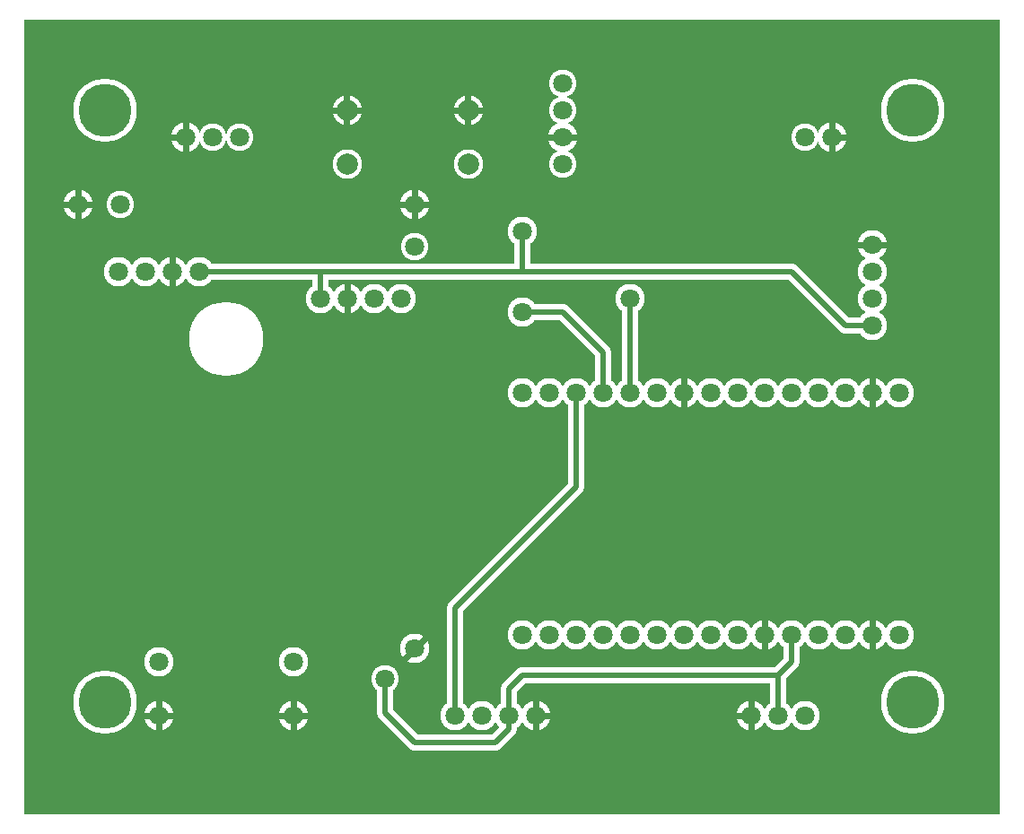
<source format=gbr>
%FSLAX34Y34*%
%MOMM*%
%LNCOPPER_TOP*%
G71*
G01*
%ADD10C, 2.80*%
%ADD11C, 2.80*%
%ADD12C, 7.00*%
%ADD13C, 6.00*%
%ADD14C, 2.60*%
%ADD15C, 1.50*%
%ADD16C, 2.80*%
%ADD17C, 2.60*%
%ADD18C, 0.60*%
%ADD19C, 1.80*%
%ADD20C, 1.80*%
%ADD21C, 5.00*%
%ADD22C, 0.50*%
%ADD23C, 2.00*%
%ADD24C, 1.80*%
%LPD*%
G36*
X0Y1000000D02*
X920000Y1000000D01*
X920000Y250000D01*
X0Y250000D01*
X0Y1000000D01*
G37*
%LPC*%
X127000Y393700D02*
G54D10*
D03*
X127000Y342900D02*
G54D10*
D03*
X254000Y393700D02*
G54D10*
D03*
X254000Y342900D02*
G54D10*
D03*
X469900Y800100D02*
G54D11*
D03*
X469900Y723900D02*
G54D11*
D03*
X800100Y711200D02*
G54D11*
D03*
X800100Y736600D02*
G54D11*
D03*
X800100Y762000D02*
G54D11*
D03*
X800100Y787400D02*
G54D11*
D03*
X355600Y736600D02*
G54D11*
D03*
X330200Y736600D02*
G54D11*
D03*
X304800Y736600D02*
G54D11*
D03*
X279400Y736600D02*
G54D11*
D03*
X825500Y647700D02*
G54D11*
D03*
X800100Y647700D02*
G54D11*
D03*
X774700Y647700D02*
G54D11*
D03*
X749300Y647700D02*
G54D11*
D03*
X723900Y647700D02*
G54D11*
D03*
X698500Y647700D02*
G54D11*
D03*
X673100Y647700D02*
G54D11*
D03*
X647700Y647700D02*
G54D11*
D03*
X622300Y647700D02*
G54D11*
D03*
X596900Y647700D02*
G54D11*
D03*
X571500Y647700D02*
G54D11*
D03*
X546100Y647700D02*
G54D11*
D03*
X520700Y647700D02*
G54D11*
D03*
X495300Y647700D02*
G54D11*
D03*
X469900Y647700D02*
G54D11*
D03*
X469900Y419100D02*
G54D11*
D03*
X495300Y419100D02*
G54D11*
D03*
X520700Y419100D02*
G54D11*
D03*
X546100Y419100D02*
G54D11*
D03*
X571500Y419100D02*
G54D11*
D03*
X596900Y419100D02*
G54D11*
D03*
X622300Y419100D02*
G54D11*
D03*
X647700Y419100D02*
G54D11*
D03*
X673100Y419100D02*
G54D11*
D03*
X698500Y419100D02*
G54D11*
D03*
X723900Y419100D02*
G54D11*
D03*
X749300Y419100D02*
G54D11*
D03*
X774700Y419100D02*
G54D11*
D03*
X800100Y419100D02*
G54D11*
D03*
X825500Y419100D02*
G54D11*
D03*
X406400Y342900D02*
G54D11*
D03*
X431800Y342900D02*
G54D11*
D03*
X457200Y342900D02*
G54D11*
D03*
X482600Y342900D02*
G54D11*
D03*
X165100Y762000D02*
G54D11*
D03*
X139700Y762000D02*
G54D11*
D03*
X114300Y762000D02*
G54D11*
D03*
X88900Y762000D02*
G54D11*
D03*
X190500Y698500D02*
G54D12*
D03*
X76200Y355600D02*
G54D13*
D03*
X838200Y355600D02*
G54D13*
D03*
X139700Y762000D02*
G54D11*
D03*
X800100Y787400D02*
G54D11*
D03*
X127000Y342900D02*
G54D11*
D03*
X254000Y342900D02*
G54D11*
D03*
X482600Y342900D02*
G54D11*
D03*
X685800Y342900D02*
G54D11*
D03*
X800100Y647700D02*
G54D11*
D03*
X800100Y419100D02*
G54D11*
D03*
X698500Y419100D02*
G54D11*
D03*
X304800Y736600D02*
G54D11*
D03*
X711200Y342900D02*
G54D11*
D03*
X736600Y342900D02*
G54D11*
D03*
X507977Y939856D02*
G54D14*
D03*
X507977Y914456D02*
G54D14*
D03*
X507977Y889056D02*
G54D14*
D03*
X507977Y863656D02*
G54D14*
D03*
X507977Y889056D02*
G54D11*
D03*
X736600Y889000D02*
G54D14*
D03*
X762000Y889000D02*
G54D14*
D03*
G54D15*
X406400Y342900D02*
X406400Y444500D01*
X520700Y558800D01*
X520700Y647700D01*
G54D15*
X457200Y342900D02*
X457200Y368300D01*
X469900Y381000D01*
X711200Y381000D01*
X723900Y393700D01*
X723900Y419100D01*
G54D15*
X711200Y342900D02*
X711200Y381000D01*
G54D15*
X165100Y762000D02*
X279400Y762000D01*
X279400Y736600D01*
G54D15*
X279400Y762000D02*
X723900Y762000D01*
X774700Y711200D01*
X800100Y711200D01*
G54D15*
X469818Y800134D02*
X469818Y762082D01*
X469900Y762000D01*
G54D15*
X469818Y723934D02*
X507966Y723934D01*
X546100Y685800D01*
X546100Y647700D01*
X571500Y736600D02*
G54D11*
D03*
G54D15*
X571500Y647700D02*
X571500Y736600D01*
X762000Y889000D02*
G54D11*
D03*
X304600Y914200D02*
G54D16*
D03*
X304600Y863400D02*
G54D16*
D03*
X304600Y914200D02*
G54D11*
D03*
X76200Y914400D02*
G54D13*
D03*
X838200Y914400D02*
G54D13*
D03*
X152400Y889000D02*
G54D14*
D03*
X177800Y889000D02*
G54D14*
D03*
X203200Y889000D02*
G54D14*
D03*
X418900Y914200D02*
G54D16*
D03*
X418900Y863400D02*
G54D16*
D03*
X418900Y914200D02*
G54D11*
D03*
X152400Y889000D02*
G54D11*
D03*
X50800Y825500D02*
G54D17*
D03*
X90800Y825500D02*
G54D17*
D03*
X50800Y825500D02*
G54D11*
D03*
X368300Y825500D02*
G54D17*
D03*
X368300Y785500D02*
G54D17*
D03*
X368300Y825500D02*
G54D11*
D03*
X368300Y406400D02*
G54D17*
D03*
X340016Y378116D02*
G54D17*
D03*
X368300Y406400D02*
G54D11*
D03*
G54D15*
X340016Y378116D02*
X340016Y345784D01*
X368300Y317500D01*
X444500Y317500D01*
X457200Y330200D01*
X457200Y342900D01*
X622300Y647700D02*
G54D11*
D03*
%LPD*%
G54D18*
G36*
X136700Y762000D02*
X136700Y776500D01*
X142700Y776500D01*
X142700Y762000D01*
X136700Y762000D01*
G37*
G36*
X142700Y762000D02*
X142700Y747500D01*
X136700Y747500D01*
X136700Y762000D01*
X142700Y762000D01*
G37*
G54D18*
G36*
X800100Y790400D02*
X814600Y790400D01*
X814600Y784400D01*
X800100Y784400D01*
X800100Y790400D01*
G37*
G36*
X800100Y784400D02*
X785600Y784400D01*
X785600Y790400D01*
X800100Y790400D01*
X800100Y784400D01*
G37*
G54D18*
G36*
X124000Y342900D02*
X124000Y357400D01*
X130000Y357400D01*
X130000Y342900D01*
X124000Y342900D01*
G37*
G36*
X127000Y345900D02*
X141500Y345900D01*
X141500Y339900D01*
X127000Y339900D01*
X127000Y345900D01*
G37*
G36*
X130000Y342900D02*
X130000Y328400D01*
X124000Y328400D01*
X124000Y342900D01*
X130000Y342900D01*
G37*
G36*
X127000Y339900D02*
X112500Y339900D01*
X112500Y345900D01*
X127000Y345900D01*
X127000Y339900D01*
G37*
G54D18*
G36*
X251000Y342900D02*
X251000Y357400D01*
X257000Y357400D01*
X257000Y342900D01*
X251000Y342900D01*
G37*
G36*
X254000Y345900D02*
X268500Y345900D01*
X268500Y339900D01*
X254000Y339900D01*
X254000Y345900D01*
G37*
G36*
X257000Y342900D02*
X257000Y328400D01*
X251000Y328400D01*
X251000Y342900D01*
X257000Y342900D01*
G37*
G36*
X254000Y339900D02*
X239500Y339900D01*
X239500Y345900D01*
X254000Y345900D01*
X254000Y339900D01*
G37*
G54D18*
G36*
X479600Y342900D02*
X479600Y357400D01*
X485600Y357400D01*
X485600Y342900D01*
X479600Y342900D01*
G37*
G36*
X482600Y345900D02*
X497100Y345900D01*
X497100Y339900D01*
X482600Y339900D01*
X482600Y345900D01*
G37*
G36*
X485600Y342900D02*
X485600Y328400D01*
X479600Y328400D01*
X479600Y342900D01*
X485600Y342900D01*
G37*
G54D18*
G36*
X682800Y342900D02*
X682800Y357400D01*
X688800Y357400D01*
X688800Y342900D01*
X682800Y342900D01*
G37*
G36*
X688800Y342900D02*
X688800Y328400D01*
X682800Y328400D01*
X682800Y342900D01*
X688800Y342900D01*
G37*
G36*
X685800Y339900D02*
X671300Y339900D01*
X671300Y345900D01*
X685800Y345900D01*
X685800Y339900D01*
G37*
G54D18*
G36*
X797100Y647700D02*
X797100Y662200D01*
X803100Y662200D01*
X803100Y647700D01*
X797100Y647700D01*
G37*
G36*
X803100Y647700D02*
X803100Y633200D01*
X797100Y633200D01*
X797100Y647700D01*
X803100Y647700D01*
G37*
G54D18*
G36*
X797100Y419100D02*
X797100Y433600D01*
X803100Y433600D01*
X803100Y419100D01*
X797100Y419100D01*
G37*
G36*
X803100Y419100D02*
X803100Y404600D01*
X797100Y404600D01*
X797100Y419100D01*
X803100Y419100D01*
G37*
G54D18*
G36*
X695500Y419100D02*
X695500Y433600D01*
X701500Y433600D01*
X701500Y419100D01*
X695500Y419100D01*
G37*
G36*
X701500Y419100D02*
X701500Y404600D01*
X695500Y404600D01*
X695500Y419100D01*
X701500Y419100D01*
G37*
G54D18*
G36*
X301800Y736600D02*
X301800Y751100D01*
X307800Y751100D01*
X307800Y736600D01*
X301800Y736600D01*
G37*
G36*
X307800Y736600D02*
X307800Y722100D01*
X301800Y722100D01*
X301800Y736600D01*
X307800Y736600D01*
G37*
G54D18*
G36*
X507977Y886056D02*
X493477Y886056D01*
X493477Y892056D01*
X507977Y892056D01*
X507977Y886056D01*
G37*
G36*
X507977Y892056D02*
X522477Y892056D01*
X522477Y886056D01*
X507977Y886056D01*
X507977Y892056D01*
G37*
G54D18*
G36*
X759000Y889000D02*
X759000Y903500D01*
X765000Y903500D01*
X765000Y889000D01*
X759000Y889000D01*
G37*
G36*
X762000Y892000D02*
X776500Y892000D01*
X776500Y886000D01*
X762000Y886000D01*
X762000Y892000D01*
G37*
G36*
X765000Y889000D02*
X765000Y874500D01*
X759000Y874500D01*
X759000Y889000D01*
X765000Y889000D01*
G37*
G54D18*
G36*
X301600Y914200D02*
X301600Y928700D01*
X307600Y928700D01*
X307600Y914200D01*
X301600Y914200D01*
G37*
G36*
X304600Y917200D02*
X319100Y917200D01*
X319100Y911200D01*
X304600Y911200D01*
X304600Y917200D01*
G37*
G36*
X307600Y914200D02*
X307600Y899700D01*
X301600Y899700D01*
X301600Y914200D01*
X307600Y914200D01*
G37*
G36*
X304600Y911200D02*
X290100Y911200D01*
X290100Y917200D01*
X304600Y917200D01*
X304600Y911200D01*
G37*
G54D18*
G36*
X415900Y914200D02*
X415900Y928700D01*
X421900Y928700D01*
X421900Y914200D01*
X415900Y914200D01*
G37*
G36*
X418900Y917200D02*
X433400Y917200D01*
X433400Y911200D01*
X418900Y911200D01*
X418900Y917200D01*
G37*
G36*
X421900Y914200D02*
X421900Y899700D01*
X415900Y899700D01*
X415900Y914200D01*
X421900Y914200D01*
G37*
G36*
X418900Y911200D02*
X404400Y911200D01*
X404400Y917200D01*
X418900Y917200D01*
X418900Y911200D01*
G37*
G54D18*
G36*
X149400Y889000D02*
X149400Y903500D01*
X155400Y903500D01*
X155400Y889000D01*
X149400Y889000D01*
G37*
G36*
X155400Y889000D02*
X155400Y874500D01*
X149400Y874500D01*
X149400Y889000D01*
X155400Y889000D01*
G37*
G36*
X152400Y886000D02*
X137900Y886000D01*
X137900Y892000D01*
X152400Y892000D01*
X152400Y886000D01*
G37*
G54D18*
G36*
X47800Y825500D02*
X47800Y840000D01*
X53800Y840000D01*
X53800Y825500D01*
X47800Y825500D01*
G37*
G36*
X50800Y828500D02*
X65300Y828500D01*
X65300Y822500D01*
X50800Y822500D01*
X50800Y828500D01*
G37*
G36*
X53800Y825500D02*
X53800Y811000D01*
X47800Y811000D01*
X47800Y825500D01*
X53800Y825500D01*
G37*
G36*
X50800Y822500D02*
X36300Y822500D01*
X36300Y828500D01*
X50800Y828500D01*
X50800Y822500D01*
G37*
G54D18*
G36*
X368300Y828500D02*
X382800Y828500D01*
X382800Y822500D01*
X368300Y822500D01*
X368300Y828500D01*
G37*
G36*
X371300Y825500D02*
X371300Y811000D01*
X365300Y811000D01*
X365300Y825500D01*
X371300Y825500D01*
G37*
G36*
X368300Y822500D02*
X353800Y822500D01*
X353800Y828500D01*
X368300Y828500D01*
X368300Y822500D01*
G37*
G36*
X365300Y825500D02*
X365300Y840000D01*
X371300Y840000D01*
X371300Y825500D01*
X365300Y825500D01*
G37*
G54D18*
G36*
X370421Y404279D02*
X360168Y394026D01*
X355926Y398268D01*
X366179Y408521D01*
X370421Y404279D01*
G37*
G36*
X366179Y408521D02*
X376432Y418774D01*
X380674Y414532D01*
X370421Y404279D01*
X366179Y408521D01*
G37*
G54D18*
G36*
X619300Y647700D02*
X619300Y662200D01*
X625300Y662200D01*
X625300Y647700D01*
X619300Y647700D01*
G37*
G36*
X625300Y647700D02*
X625300Y633200D01*
X619300Y633200D01*
X619300Y647700D01*
X625300Y647700D01*
G37*
X127000Y393700D02*
G54D19*
D03*
X127000Y342900D02*
G54D19*
D03*
X254000Y393700D02*
G54D19*
D03*
X254000Y342900D02*
G54D19*
D03*
X469900Y800100D02*
G54D20*
D03*
X469900Y723900D02*
G54D20*
D03*
X800100Y711200D02*
G54D20*
D03*
X800100Y736600D02*
G54D20*
D03*
X800100Y762000D02*
G54D20*
D03*
X800100Y787400D02*
G54D20*
D03*
X355600Y736600D02*
G54D20*
D03*
X330200Y736600D02*
G54D20*
D03*
X304800Y736600D02*
G54D20*
D03*
X279400Y736600D02*
G54D20*
D03*
X825500Y647700D02*
G54D20*
D03*
X800100Y647700D02*
G54D20*
D03*
X774700Y647700D02*
G54D20*
D03*
X749300Y647700D02*
G54D20*
D03*
X723900Y647700D02*
G54D20*
D03*
X698500Y647700D02*
G54D20*
D03*
X673100Y647700D02*
G54D20*
D03*
X647700Y647700D02*
G54D20*
D03*
X622300Y647700D02*
G54D20*
D03*
X596900Y647700D02*
G54D20*
D03*
X571500Y647700D02*
G54D20*
D03*
X546100Y647700D02*
G54D20*
D03*
X520700Y647700D02*
G54D20*
D03*
X495300Y647700D02*
G54D20*
D03*
X469900Y647700D02*
G54D20*
D03*
X469900Y419100D02*
G54D20*
D03*
X495300Y419100D02*
G54D20*
D03*
X520700Y419100D02*
G54D20*
D03*
X546100Y419100D02*
G54D20*
D03*
X571500Y419100D02*
G54D20*
D03*
X596900Y419100D02*
G54D20*
D03*
X622300Y419100D02*
G54D20*
D03*
X647700Y419100D02*
G54D20*
D03*
X673100Y419100D02*
G54D20*
D03*
X698500Y419100D02*
G54D20*
D03*
X723900Y419100D02*
G54D20*
D03*
X749300Y419100D02*
G54D20*
D03*
X774700Y419100D02*
G54D20*
D03*
X800100Y419100D02*
G54D20*
D03*
X825500Y419100D02*
G54D20*
D03*
X406400Y342900D02*
G54D20*
D03*
X431800Y342900D02*
G54D20*
D03*
X457200Y342900D02*
G54D20*
D03*
X482600Y342900D02*
G54D20*
D03*
X165100Y762000D02*
G54D20*
D03*
X139700Y762000D02*
G54D20*
D03*
X114300Y762000D02*
G54D20*
D03*
X88900Y762000D02*
G54D20*
D03*
X76200Y355600D02*
G54D21*
D03*
X838200Y355600D02*
G54D21*
D03*
X139700Y762000D02*
G54D20*
D03*
X800100Y787400D02*
G54D20*
D03*
X127000Y342900D02*
G54D20*
D03*
X254000Y342900D02*
G54D20*
D03*
X482600Y342900D02*
G54D20*
D03*
X685800Y342900D02*
G54D20*
D03*
X800100Y647700D02*
G54D20*
D03*
X800100Y419100D02*
G54D20*
D03*
X698500Y419100D02*
G54D20*
D03*
X304800Y736600D02*
G54D20*
D03*
X711200Y342900D02*
G54D20*
D03*
X736600Y342900D02*
G54D20*
D03*
X507977Y939856D02*
G54D20*
D03*
X507977Y914456D02*
G54D20*
D03*
X507977Y889056D02*
G54D20*
D03*
X507977Y863656D02*
G54D20*
D03*
X507977Y889056D02*
G54D20*
D03*
X736600Y889000D02*
G54D20*
D03*
X762000Y889000D02*
G54D20*
D03*
G54D22*
X406400Y342900D02*
X406400Y444500D01*
X520700Y558800D01*
X520700Y647700D01*
G54D22*
X457200Y342900D02*
X457200Y368300D01*
X469900Y381000D01*
X711200Y381000D01*
X723900Y393700D01*
X723900Y419100D01*
G54D22*
X711200Y342900D02*
X711200Y381000D01*
G54D22*
X165100Y762000D02*
X279400Y762000D01*
X279400Y736600D01*
G54D22*
X279400Y762000D02*
X723900Y762000D01*
X774700Y711200D01*
X800100Y711200D01*
G54D22*
X469818Y800134D02*
X469818Y762082D01*
X469900Y762000D01*
G54D22*
X469818Y723934D02*
X507966Y723934D01*
X546100Y685800D01*
X546100Y647700D01*
X571500Y736600D02*
G54D20*
D03*
G54D22*
X571500Y647700D02*
X571500Y736600D01*
X762000Y889000D02*
G54D20*
D03*
X304600Y914200D02*
G54D23*
D03*
X304600Y863400D02*
G54D23*
D03*
X304600Y914200D02*
G54D20*
D03*
X76200Y914400D02*
G54D21*
D03*
X838200Y914400D02*
G54D21*
D03*
X152400Y889000D02*
G54D20*
D03*
X177800Y889000D02*
G54D20*
D03*
X203200Y889000D02*
G54D20*
D03*
X418900Y914200D02*
G54D23*
D03*
X418900Y863400D02*
G54D23*
D03*
X418900Y914200D02*
G54D20*
D03*
X152400Y889000D02*
G54D20*
D03*
X50800Y825500D02*
G54D24*
D03*
X90800Y825500D02*
G54D24*
D03*
X50800Y825500D02*
G54D20*
D03*
X368300Y825500D02*
G54D24*
D03*
X368300Y785500D02*
G54D24*
D03*
X368300Y825500D02*
G54D20*
D03*
X368300Y406400D02*
G54D24*
D03*
X340016Y378116D02*
G54D24*
D03*
X368300Y406400D02*
G54D20*
D03*
G54D22*
X340016Y378116D02*
X340016Y345784D01*
X368300Y317500D01*
X444500Y317500D01*
X457200Y330200D01*
X457200Y342900D01*
X622300Y647700D02*
G54D20*
D03*
M02*

</source>
